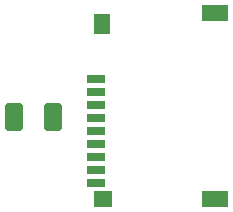
<source format=gbr>
%TF.GenerationSoftware,KiCad,Pcbnew,8.0.4*%
%TF.CreationDate,2024-08-25T21:49:16-05:00*%
%TF.ProjectId,CoCo-FujiNet-Rev0000,436f436f-2d46-4756-9a69-4e65742d5265,Rev 0000*%
%TF.SameCoordinates,Original*%
%TF.FileFunction,Paste,Top*%
%TF.FilePolarity,Positive*%
%FSLAX46Y46*%
G04 Gerber Fmt 4.6, Leading zero omitted, Abs format (unit mm)*
G04 Created by KiCad (PCBNEW 8.0.4) date 2024-08-25 21:49:16*
%MOMM*%
%LPD*%
G01*
G04 APERTURE LIST*
G04 Aperture macros list*
%AMRoundRect*
0 Rectangle with rounded corners*
0 $1 Rounding radius*
0 $2 $3 $4 $5 $6 $7 $8 $9 X,Y pos of 4 corners*
0 Add a 4 corners polygon primitive as box body*
4,1,4,$2,$3,$4,$5,$6,$7,$8,$9,$2,$3,0*
0 Add four circle primitives for the rounded corners*
1,1,$1+$1,$2,$3*
1,1,$1+$1,$4,$5*
1,1,$1+$1,$6,$7*
1,1,$1+$1,$8,$9*
0 Add four rect primitives between the rounded corners*
20,1,$1+$1,$2,$3,$4,$5,0*
20,1,$1+$1,$4,$5,$6,$7,0*
20,1,$1+$1,$6,$7,$8,$9,0*
20,1,$1+$1,$8,$9,$2,$3,0*%
G04 Aperture macros list end*
%ADD10RoundRect,0.250001X0.499999X0.924999X-0.499999X0.924999X-0.499999X-0.924999X0.499999X-0.924999X0*%
%ADD11R,1.600000X0.700000*%
%ADD12R,1.600000X1.400000*%
%ADD13R,2.200000X1.400000*%
%ADD14R,1.400000X1.800000*%
G04 APERTURE END LIST*
D10*
%TO.C,C3*%
X167106000Y-90805000D03*
X163856000Y-90805000D03*
%TD*%
D11*
%TO.C,P2*%
X170748000Y-87586500D03*
X170748000Y-88686500D03*
X170748000Y-89786500D03*
X170748000Y-90886500D03*
X170748000Y-91986500D03*
X170748000Y-93086500D03*
X170748000Y-94186500D03*
X170748000Y-95286500D03*
X170748000Y-96386500D03*
D12*
X171348000Y-97686500D03*
D13*
X180848000Y-97686500D03*
X180848000Y-81986500D03*
D14*
X171248000Y-82886500D03*
%TD*%
M02*

</source>
